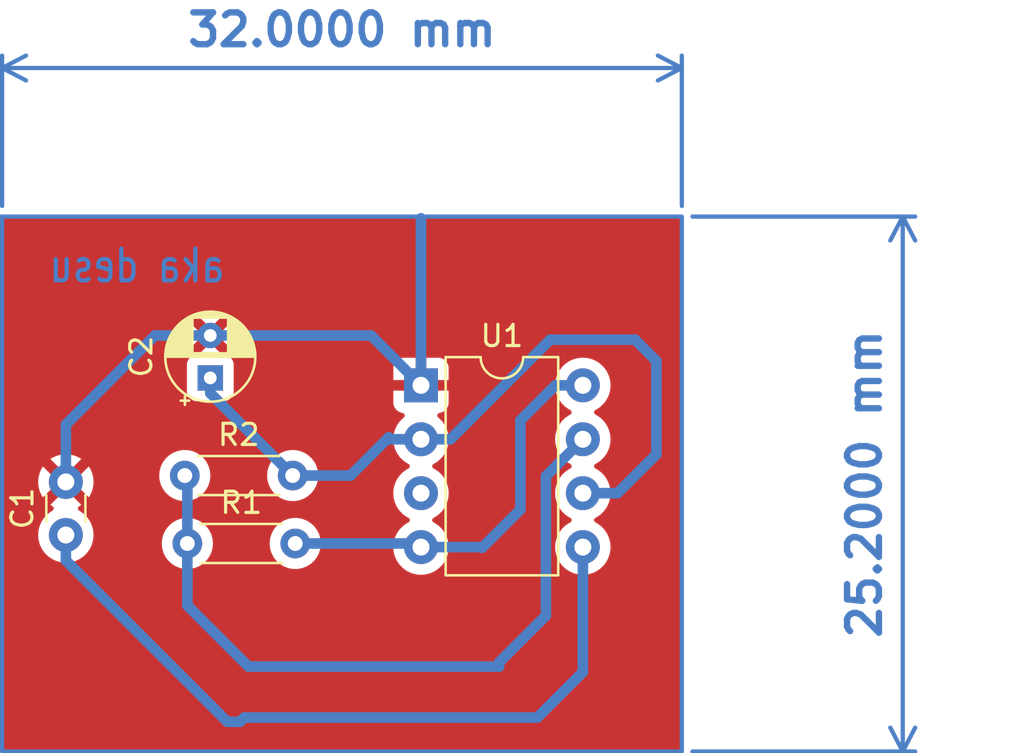
<source format=kicad_pcb>
(kicad_pcb (version 20240108) (generator "pcbnew") (generator_version "8.0")
  (layers (0 "F.Cu" signal) (31 "B.Cu" signal) (34 "B.Paste" user) (35 "F.Paste" user) (36 "B.SilkS" user "B.Silkscreen") (37 "F.SilkS" user "F.Silkscreen") (38 "B.Mask" user) (39 "F.Mask" user) (44 "Edge.Cuts" user))
  (net 0 "")
  (net 1 "Net-(U1-CV)")
  (net 2 "GND")
  (net 3 "Net-(U1-THR)")
  (net 4 "Net-(U1-DIS)")
  (net 5 "Net-(U1-R)")
  (net 6 "o{slash}p")
  (footprint "Capacitor_THT:CP_Radial_D4.0mm_P2.00mm" (layer "F.Cu") (at 133.8 85.2 90)
    (property "Reference" "C2" (at 1 -3.25 90) (layer "F.SilkS"))
    (property "Value" "0.1uF")
    (fp_line (start 1.04 -2.08) (end 1.04 2.08) (stroke (width 0.12)) (layer "F.SilkS"))
    (fp_line (start 1 -2.08) (end 1 2.08) (stroke (width 0.12)) (layer "F.SilkS"))
    (fp_line (start 1.08 -2.079) (end 1.08 2.079) (stroke (width 0.12)) (layer "F.SilkS"))
    (fp_line (start 1.12 -2.077) (end 1.12 2.077) (stroke (width 0.12)) (layer "F.SilkS"))
    (fp_line (start 1.16 -2.074) (end 1.16 2.074) (stroke (width 0.12)) (layer "F.SilkS"))
    (fp_line (start 1.2 -2.071) (end 1.2 -0.84) (stroke (width 0.12)) (layer "F.SilkS"))
    (fp_line (start 1.24 -2.067) (end 1.24 -0.84) (stroke (width 0.12)) (layer "F.SilkS"))
    (fp_line (start 1.28 -2.062) (end 1.28 -0.84) (stroke (width 0.12)) (layer "F.SilkS"))
    (fp_line (start 1.32 -2.056) (end 1.32 -0.84) (stroke (width 0.12)) (layer "F.SilkS"))
    (fp_line (start 1.36 -2.05) (end 1.36 -0.84) (stroke (width 0.12)) (layer "F.SilkS"))
    (fp_line (start 1.4 -2.042) (end 1.4 -0.84) (stroke (width 0.12)) (layer "F.SilkS"))
    (fp_line (start 1.44 -2.034) (end 1.44 -0.84) (stroke (width 0.12)) (layer "F.SilkS"))
    (fp_line (start 1.48 -2.025) (end 1.48 -0.84) (stroke (width 0.12)) (layer "F.SilkS"))
    (fp_line (start 1.52 -2.016) (end 1.52 -0.84) (stroke (width 0.12)) (layer "F.SilkS"))
    (fp_line (start 1.56 -2.005) (end 1.56 -0.84) (stroke (width 0.12)) (layer "F.SilkS"))
    (fp_line (start 1.6 -1.994) (end 1.6 -0.84) (stroke (width 0.12)) (layer "F.SilkS"))
    (fp_line (start 1.64 -1.982) (end 1.64 -0.84) (stroke (width 0.12)) (layer "F.SilkS"))
    (fp_line (start 1.68 -1.968) (end 1.68 -0.84) (stroke (width 0.12)) (layer "F.SilkS"))
    (fp_line (start 1.721 -1.954) (end 1.721 -0.84) (stroke (width 0.12)) (layer "F.SilkS"))
    (fp_line (start 1.761 -1.94) (end 1.761 -0.84) (stroke (width 0.12)) (layer "F.SilkS"))
    (fp_line (start 1.801 -1.924) (end 1.801 -0.84) (stroke (width 0.12)) (layer "F.SilkS"))
    (fp_line (start 1.841 -1.907) (end 1.841 -0.84) (stroke (width 0.12)) (layer "F.SilkS"))
    (fp_line (start 1.881 -1.889) (end 1.881 -0.84) (stroke (width 0.12)) (layer "F.SilkS"))
    (fp_line (start 1.921 -1.87) (end 1.921 -0.84) (stroke (width 0.12)) (layer "F.SilkS"))
    (fp_line (start 1.961 -1.851) (end 1.961 -0.84) (stroke (width 0.12)) (layer "F.SilkS"))
    (fp_line (start 2.001 -1.83) (end 2.001 -0.84) (stroke (width 0.12)) (layer "F.SilkS"))
    (fp_line (start 2.041 -1.808) (end 2.041 -0.84) (stroke (width 0.12)) (layer "F.SilkS"))
    (fp_line (start 2.081 -1.785) (end 2.081 -0.84) (stroke (width 0.12)) (layer "F.SilkS"))
    (fp_line (start 2.121 -1.76) (end 2.121 -0.84) (stroke (width 0.12)) (layer "F.SilkS"))
    (fp_line (start 2.161 -1.735) (end 2.161 -0.84) (stroke (width 0.12)) (layer "F.SilkS"))
    (fp_line (start 2.201 -1.708) (end 2.201 -0.84) (stroke (width 0.12)) (layer "F.SilkS"))
    (fp_line (start 2.241 -1.68) (end 2.241 -0.84) (stroke (width 0.12)) (layer "F.SilkS"))
    (fp_line (start 2.281 -1.65) (end 2.281 -0.84) (stroke (width 0.12)) (layer "F.SilkS"))
    (fp_line (start 2.321 -1.619) (end 2.321 -0.84) (stroke (width 0.12)) (layer "F.SilkS"))
    (fp_line (start 2.361 -1.587) (end 2.361 -0.84) (stroke (width 0.12)) (layer "F.SilkS"))
    (fp_line (start 2.401 -1.552) (end 2.401 -0.84) (stroke (width 0.12)) (layer "F.SilkS"))
    (fp_line (start 2.441 -1.516) (end 2.441 -0.84) (stroke (width 0.12)) (layer "F.SilkS"))
    (fp_line (start 2.481 -1.478) (end 2.481 -0.84) (stroke (width 0.12)) (layer "F.SilkS"))
    (fp_line (start 2.521 -1.438) (end 2.521 -0.84) (stroke (width 0.12)) (layer "F.SilkS"))
    (fp_line (start 2.561 -1.396) (end 2.561 -0.84) (stroke (width 0.12)) (layer "F.SilkS"))
    (fp_line (start -1.069801 -1.395) (end -1.069801 -0.995) (stroke (width 0.12)) (layer "F.SilkS"))
    (fp_line (start 2.601 -1.351) (end 2.601 -0.84) (stroke (width 0.12)) (layer "F.SilkS"))
    (fp_line (start 2.641 -1.304) (end 2.641 -0.84) (stroke (width 0.12)) (layer "F.SilkS"))
    (fp_line (start 2.681 -1.254) (end 2.681 -0.84) (stroke (width 0.12)) (layer "F.SilkS"))
    (fp_line (start 2.721 -1.2) (end 2.721 -0.84) (stroke (width 0.12)) (layer "F.SilkS"))
    (fp_line (start -1.269801 -1.195) (end -0.869801 -1.195) (stroke (width 0.12)) (layer "F.SilkS"))
    (fp_line (start 2.761 -1.142) (end 2.761 -0.84) (stroke (width 0.12)) (layer "F.SilkS"))
    (fp_line (start 2.801 -1.08) (end 2.801 -0.84) (stroke (width 0.12)) (layer "F.SilkS"))
    (fp_line (start 2.841 -1.013) (end 2.841 1.013) (stroke (width 0.12)) (layer "F.SilkS"))
    (fp_line (start 2.881 -0.94) (end 2.881 0.94) (stroke (width 0.12)) (layer "F.SilkS"))
    (fp_line (start 2.921 -0.859) (end 2.921 0.859) (stroke (width 0.12)) (layer "F.SilkS"))
    (fp_line (start 2.961 -0.768) (end 2.961 0.768) (stroke (width 0.12)) (layer "F.SilkS"))
    (fp_line (start 3.001 -0.664) (end 3.001 0.664) (stroke (width 0.12)) (layer "F.SilkS"))
    (fp_line (start 3.041 -0.537) (end 3.041 0.537) (stroke (width 0.12)) (layer "F.SilkS"))
    (fp_line (start 3.081 -0.37) (end 3.081 0.37) (stroke (width 0.12)) (layer "F.SilkS"))
    (fp_line (start 2.801 0.84) (end 2.801 1.08) (stroke (width 0.12)) (layer "F.SilkS"))
    (fp_line (start 2.761 0.84) (end 2.761 1.142) (stroke (width 0.12)) (layer "F.SilkS"))
    (fp_line (start 2.721 0.84) (end 2.721 1.2) (stroke (width 0.12)) (layer "F.SilkS"))
    (fp_line (start 2.681 0.84) (end 2.681 1.254) (stroke (width 0.12)) (layer "F.SilkS"))
    (fp_line (start 2.641 0.84) (end 2.641 1.304) (stroke (width 0.12)) (layer "F.SilkS"))
    (fp_line (start 2.601 0.84) (end 2.601 1.351) (stroke (width 0.12)) (layer "F.SilkS"))
    (fp_line (start 2.561 0.84) (end 2.561 1.396) (stroke (width 0.12)) (layer "F.SilkS"))
    (fp_line (start 2.521 0.84) (end 2.521 1.438) (stroke (width 0.12)) (layer "F.SilkS"))
    (fp_line (start 2.481 0.84) (end 2.481 1.478) (stroke (width 0.12)) (layer "F.SilkS"))
    (fp_line (start 2.441 0.84) (end 2.441 1.516) (stroke (width 0.12)) (layer "F.SilkS"))
    (fp_line (start 2.401 0.84) (end 2.401 1.552) (stroke (width 0.12)) (layer "F.SilkS"))
    (fp_line (start 2.361 0.84) (end 2.361 1.587) (stroke (width 0.12)) (layer "F.SilkS"))
    (fp_line (start 2.321 0.84) (end 2.321 1.619) (stroke (width 0.12)) (layer "F.SilkS"))
    (fp_line (start 2.281 0.84) (end 2.281 1.65) (stroke (width 0.12)) (layer "F.SilkS"))
    (fp_line (start 2.241 0.84) (end 2.241 1.68) (stroke (width 0.12)) (layer "F.SilkS"))
    (fp_line (start 2.201 0.84) (end 2.201 1.708) (stroke (width 0.12)) (layer "F.SilkS"))
    (fp_line (start 2.161 0.84) (end 2.161 1.735) (stroke (width 0.12)) (layer "F.SilkS"))
    (fp_line (start 2.121 0.84) (end 2.121 1.76) (stroke (width 0.12)) (layer "F.SilkS"))
    (fp_line (start 2.081 0.84) (end 2.081 1.785) (stroke (width 0.12)) (layer "F.SilkS"))
    (fp_line (start 2.041 0.84) (end 2.041 1.808) (stroke (width 0.12)) (layer "F.SilkS"))
    (fp_line (start 2.001 0.84) (end 2.001 1.83) (stroke (width 0.12)) (layer "F.SilkS"))
    (fp_line (start 1.961 0.84) (end 1.961 1.851) (stroke (width 0.12)) (layer "F.SilkS"))
    (fp_line (start 1.921 0.84) (end 1.921 1.87) (stroke (width 0.12)) (layer "F.SilkS"))
    (fp_line (start 1.881 0.84) (end 1.881 1.889) (stroke (width 0.12)) (layer "F.SilkS"))
    (fp_line (start 1.841 0.84) (end 1.841 1.907) (stroke (width 0.12)) (layer "F.SilkS"))
    (fp_line (start 1.801 0.84) (end 1.801 1.924) (stroke (width 0.12)) (layer "F.SilkS"))
    (fp_line (start 1.761 0.84) (end 1.761 1.94) (stroke (width 0.12)) (layer "F.SilkS"))
    (fp_line (start 1.721 0.84) (end 1.721 1.954) (stroke (width 0.12)) (layer "F.SilkS"))
    (fp_line (start 1.68 0.84) (end 1.68 1.968) (stroke (width 0.12)) (layer "F.SilkS"))
    (fp_line (start 1.64 0.84) (end 1.64 1.982) (stroke (width 0.12)) (layer "F.SilkS"))
    (fp_line (start 1.6 0.84) (end 1.6 1.994) (stroke (width 0.12)) (layer "F.SilkS"))
    (fp_line (start 1.56 0.84) (end 1.56 2.005) (stroke (width 0.12)) (layer "F.SilkS"))
    (fp_line (start 1.52 0.84) (end 1.52 2.016) (stroke (width 0.12)) (layer "F.SilkS"))
    (fp_line (start 1.48 0.84) (end 1.48 2.025) (stroke (width 0.12)) (layer "F.SilkS"))
    (fp_line (start 1.44 0.84) (end 1.44 2.034) (stroke (width 0.12)) (layer "F.SilkS"))
    (fp_line (start 1.4 0.84) (end 1.4 2.042) (stroke (width 0.12)) (layer "F.SilkS"))
    (fp_line (start 1.36 0.84) (end 1.36 2.05) (stroke (width 0.12)) (layer "F.SilkS"))
    (fp_line (start 1.32 0.84) (end 1.32 2.056) (stroke (width 0.12)) (layer "F.SilkS"))
    (fp_line (start 1.28 0.84) (end 1.28 2.062) (stroke (width 0.12)) (layer "F.SilkS"))
    (fp_line (start 1.24 0.84) (end 1.24 2.067) (stroke (width 0.12)) (layer "F.SilkS"))
    (fp_line (start 1.2 0.84) (end 1.2 2.071) (stroke (width 0.12)) (layer "F.SilkS"))
    (fp_circle (center 1 0) (end 3.12 0) (stroke (width 0.12)) (fill none) (layer "F.SilkS"))
    (pad "1" thru_hole rect (at 0 0 90) (size 1.2 1.2) (drill 0.6) (layers "*.Cu" "*.Mask") (net 3 "Net-(U1-THR)"))
    (pad "2" thru_hole circle (at 2 0 90) (size 1.2 1.2) (drill 0.6) (layers "*.Cu" "*.Mask") (net 2 "GND"))
  )
  (footprint "Capacitor_THT:C_Disc_D3.0mm_W1.6mm_P2.50mm" (layer "F.Cu") (at 127 92.6 90)
    (property "Reference" "C1" (at 1.25 -2.05 90) (layer "F.SilkS"))
    (property "Value" "0.01uF")
    (fp_line (start 0.621 -0.92) (end 1.879 -0.92) (stroke (width 0.12)) (layer "F.SilkS"))
    (fp_line (start 0.621 0.92) (end 1.879 0.92) (stroke (width 0.12)) (layer "F.SilkS"))
    (pad "1" thru_hole circle (at 0 0 90) (size 1.6 1.6) (drill 0.8) (layers "*.Cu" "*.Mask") (net 1 "Net-(U1-CV)"))
    (pad "2" thru_hole circle (at 2.5 0 90) (size 1.6 1.6) (drill 0.8) (layers "*.Cu" "*.Mask") (net 2 "GND"))
  )
  (footprint "Resistor_THT:R_Axial_DIN0204_L3.6mm_D1.6mm_P5.08mm_Horizontal" (layer "F.Cu") (at 132.6 89.8)
    (property "Reference" "R2" (at 2.54 -1.92 0) (layer "F.SilkS"))
    (property "Value" "50K")
    (fp_line (start 0.62 -0.92) (end 4.46 -0.92) (stroke (width 0.12)) (layer "F.SilkS"))
    (fp_line (start 0.62 0.92) (end 4.46 0.92) (stroke (width 0.12)) (layer "F.SilkS"))
    (pad "1" thru_hole circle (at 0 0) (size 1.4 1.4) (drill 0.7) (layers "*.Cu" "*.Mask") (net 4 "Net-(U1-DIS)"))
    (pad "2" thru_hole oval (at 5.08 0) (size 1.4 1.4) (drill 0.7) (layers "*.Cu" "*.Mask") (net 3 "Net-(U1-THR)"))
  )
  (footprint "Resistor_THT:R_Axial_DIN0204_L3.6mm_D1.6mm_P5.08mm_Horizontal" (layer "F.Cu") (at 132.72 93)
    (property "Reference" "R1" (at 2.54 -1.92 0) (layer "F.SilkS"))
    (property "Value" "50K")
    (fp_line (start 0.62 -0.92) (end 4.46 -0.92) (stroke (width 0.12)) (layer "F.SilkS"))
    (fp_line (start 0.62 0.92) (end 4.46 0.92) (stroke (width 0.12)) (layer "F.SilkS"))
    (pad "1" thru_hole circle (at 0 0) (size 1.4 1.4) (drill 0.7) (layers "*.Cu" "*.Mask") (net 4 "Net-(U1-DIS)"))
    (pad "2" thru_hole oval (at 5.08 0) (size 1.4 1.4) (drill 0.7) (layers "*.Cu" "*.Mask") (net 5 "Net-(U1-R)"))
  )
  (footprint "Package_DIP:DIP-8_W7.62mm" (layer "F.Cu") (at 143.72 85.55)
    (property "Reference" "U1" (at 3.81 -2.33 0) (layer "F.SilkS"))
    (property "Value" "ICM7555xP")
    (fp_line (start 1.16 -1.33) (end 1.16 8.95) (stroke (width 0.12)) (layer "F.SilkS"))
    (fp_line (start 1.16 8.95) (end 6.46 8.95) (stroke (width 0.12)) (layer "F.SilkS"))
    (fp_line (start 2.81 -1.33) (end 1.16 -1.33) (stroke (width 0.12)) (layer "F.SilkS"))
    (fp_line (start 6.46 -1.33) (end 4.81 -1.33) (stroke (width 0.12)) (layer "F.SilkS"))
    (fp_line (start 6.46 8.95) (end 6.46 -1.33) (stroke (width 0.12)) (layer "F.SilkS"))
    (fp_arc (start 4.81 -1.33) (mid 3.81 -0.33) (end 2.81 -1.33) (stroke (width 0.12)) (layer "F.SilkS"))
    (pad "1" thru_hole rect (at 0 0) (size 1.6 1.6) (drill 0.8) (layers "*.Cu" "*.Mask") (net 2 "GND"))
    (pad "2" thru_hole oval (at 0 2.54) (size 1.6 1.6) (drill 0.8) (layers "*.Cu" "*.Mask") (net 3 "Net-(U1-THR)"))
    (pad "3" thru_hole oval (at 0 5.08) (size 1.6 1.6) (drill 0.8) (layers "*.Cu" "*.Mask") (net 6 "o{slash}p"))
    (pad "4" thru_hole oval (at 0 7.62) (size 1.6 1.6) (drill 0.8) (layers "*.Cu" "*.Mask") (net 5 "Net-(U1-R)"))
    (pad "5" thru_hole oval (at 7.62 7.62) (size 1.6 1.6) (drill 0.8) (layers "*.Cu" "*.Mask") (net 1 "Net-(U1-CV)"))
    (pad "6" thru_hole oval (at 7.62 5.08) (size 1.6 1.6) (drill 0.8) (layers "*.Cu" "*.Mask") (net 3 "Net-(U1-THR)"))
    (pad "7" thru_hole oval (at 7.62 2.54) (size 1.6 1.6) (drill 0.8) (layers "*.Cu" "*.Mask") (net 4 "Net-(U1-DIS)"))
    (pad "8" thru_hole oval (at 7.62 0) (size 1.6 1.6) (drill 0.8) (layers "*.Cu" "*.Mask") (net 5 "Net-(U1-R)"))
  )
  (gr_rect (start 124 77.6) (end 156 102.8) (stroke (width 0.2)) (fill none) (layer "B.Cu") (net 2))
  (gr_text "aka desu" (at 134.6 80.8 0) (layer "B.Cu") (effects (font (size 1.5 1.2) (thickness 0.2) (bold yes)) (justify left bottom mirror)))
  (dimension (type aligned) (layer "B.Cu") (pts (xy 156 77.6) (xy 156 102.8)) (height -10.4) (gr_text "25.2000 mm" (at 164.6 90.2 90) (layer "B.Cu") (effects (font (size 1.5 1.5) (thickness 0.3)))) (format (prefix "") (suffix "") (units 3) (units_format 1) (precision 4)) (style (thickness 0.2) (arrow_length 1.27) (text_position_mode 0) (extension_height 0.58642) (extension_offset 0.5) keep_text_aligned))
  (dimension (type aligned) (layer "B.Cu") (pts (xy 124 77.6) (xy 156 77.6)) (height -7) (gr_text "32.0000 mm" (at 140 68.8 0) (layer "B.Cu") (effects (font (size 1.5 1.5) (thickness 0.3)))) (format (prefix "") (suffix "") (units 3) (units_format 1) (precision 4)) (style (thickness 0.2) (arrow_length 1.27) (text_position_mode 0) (extension_height 0.58642) (extension_offset 0.5) keep_text_aligned))
  (segment (start 149.2 101.2) (end 151.34 99.06) (width 0.5) (layer "B.Cu") (net 1))
  (segment (start 135.2 101.4) (end 134.6 101.4) (width 0.5) (layer "B.Cu") (net 1))
  (segment (start 134.6 101.4) (end 127 93.8) (width 0.5) (layer "B.Cu") (net 1))
  (segment (start 149.2 101.2) (end 135.4 101.2) (width 0.5) (layer "B.Cu") (net 1))
  (segment (start 151.34 99.06) (end 151.34 93.17) (width 0.5) (layer "B.Cu") (net 1))
  (segment (start 135.4 101.2) (end 135.2 101.4) (width 0.5) (layer "B.Cu") (net 1))
  (segment (start 127 93.8) (end 127 92.6) (width 0.5) (layer "B.Cu") (net 1))
  (segment (start 141.37 83.2) (end 143.72 85.55) (width 0.5) (layer "B.Cu") (net 2))
  (segment (start 133.8 83.2) (end 141.37 83.2) (width 0.5) (layer "B.Cu") (net 2))
  (segment (start 127 87.4) (end 127 90.1) (width 0.5) (layer "B.Cu") (net 2))
  (segment (start 133.8 83.2) (end 131.2 83.2) (width 0.5) (layer "B.Cu") (net 2))
  (segment (start 143.72 85.55) (end 143.72 77.68) (width 0.5) (layer "B.Cu") (net 2))
  (segment (start 131.2 83.2) (end 127 87.4) (width 0.5) (layer "B.Cu") (net 2))
  (segment (start 140.4 89.8) (end 142.2 88) (width 0.5) (layer "B.Cu") (net 3))
  (segment (start 152.97 90.63) (end 151.34 90.63) (width 0.5) (layer "B.Cu") (net 3))
  (segment (start 142.29 88.09) (end 143.72 88.09) (width 0.5) (layer "B.Cu") (net 3))
  (segment (start 143.72 88.09) (end 145.11 88.09) (width 0.5) (layer "B.Cu") (net 3))
  (segment (start 154.8 84.4) (end 154.8 88.8) (width 0.5) (layer "B.Cu") (net 3))
  (segment (start 153.8 83.4) (end 154.8 84.4) (width 0.5) (layer "B.Cu") (net 3))
  (segment (start 145.11 88.09) (end 149.8 83.4) (width 0.5) (layer "B.Cu") (net 3))
  (segment (start 142.2 88) (end 142.29 88.09) (width 0.5) (layer "B.Cu") (net 3))
  (segment (start 137.68 89.8) (end 140.4 89.8) (width 0.5) (layer "B.Cu") (net 3))
  (segment (start 154.8 88.8) (end 152.97 90.63) (width 0.5) (layer "B.Cu") (net 3))
  (segment (start 133.8 85.92) (end 137.68 89.8) (width 0.5) (layer "B.Cu") (net 3))
  (segment (start 133.8 85.2) (end 133.8 85.92) (width 0.5) (layer "B.Cu") (net 3))
  (segment (start 149.8 83.4) (end 153.8 83.4) (width 0.5) (layer "B.Cu") (net 3))
  (segment (start 132.72 89.92) (end 132.6 89.8) (width 0.5) (layer "B.Cu") (net 4))
  (segment (start 132.72 95.92) (end 135.6 98.8) (width 0.5) (layer "B.Cu") (net 4))
  (segment (start 147.4 98.6) (end 149.6 96.4) (width 0.5) (layer "B.Cu") (net 4))
  (segment (start 149.6 96.4) (end 149.6 89.83) (width 0.5) (layer "B.Cu") (net 4))
  (segment (start 147.4 98.8) (end 147.4 98.6) (width 0.5) (layer "B.Cu") (net 4))
  (segment (start 135.6 98.8) (end 147.4 98.8) (width 0.5) (layer "B.Cu") (net 4))
  (segment (start 149.6 89.83) (end 151.34 88.09) (width 0.5) (layer "B.Cu") (net 4))
  (segment (start 132.72 93) (end 132.72 89.92) (width 0.5) (layer "B.Cu") (net 4))
  (segment (start 132.72 93) (end 132.72 95.92) (width 0.5) (layer "B.Cu") (net 4))
  (segment (start 148.4 91.4) (end 148.4 87.2) (width 0.5) (layer "B.Cu") (net 5))
  (segment (start 143.55 93) (end 143.72 93.17) (width 0.5) (layer "B.Cu") (net 5))
  (segment (start 143.72 93.17) (end 146.57 93.17) (width 0.5) (layer "B.Cu") (net 5))
  (segment (start 150.05 85.55) (end 151.34 85.55) (width 0.5) (layer "B.Cu") (net 5))
  (segment (start 137.8 93) (end 143.55 93) (width 0.5) (layer "B.Cu") (net 5))
  (segment (start 146.6 93.2) (end 148.4 91.4) (width 0.5) (layer "B.Cu") (net 5))
  (segment (start 146.57 93.17) (end 146.6 93.2) (width 0.5) (layer "B.Cu") (net 5))
  (segment (start 148.4 87.2) (end 150.05 85.55) (width 0.5) (layer "B.Cu") (net 5))
  (zone (net 2) (net_name "GND") (layer "F.Cu") (connect_pads (clearance 0.5)) (min_thickness 0.25) (fill yes (thermal_gap 0.5) (thermal_bridge_width 0.5))
    (polygon (pts (xy 124 77.6) (xy 124 102.8) (xy 156 102.8) (xy 156 77.6)))
  )
)
</source>
